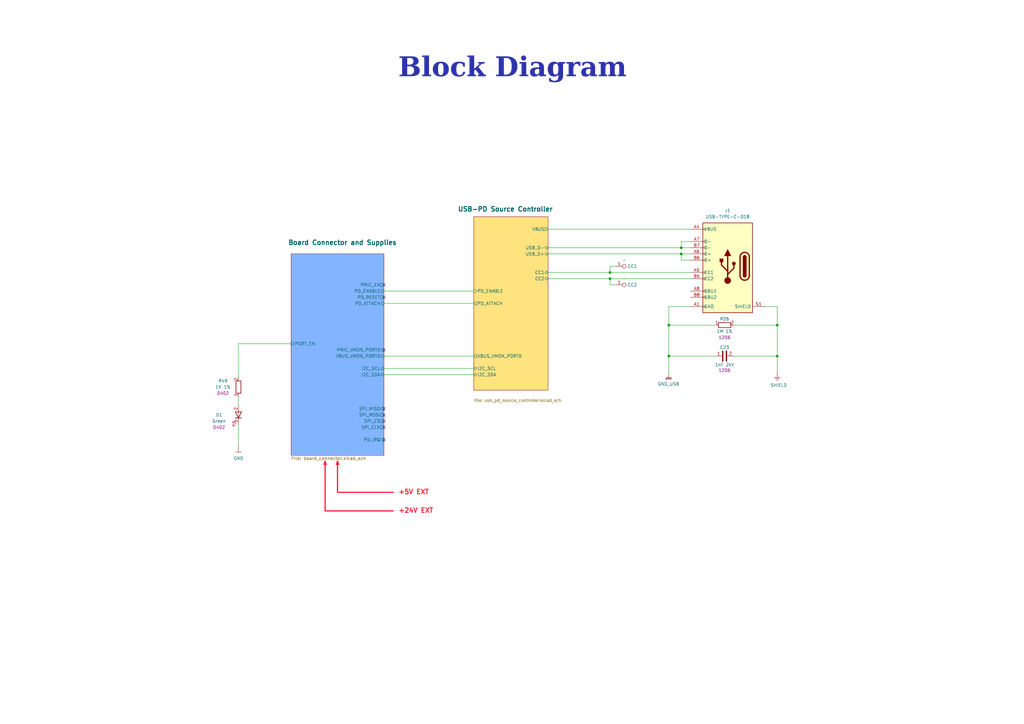
<source format=kicad_sch>
(kicad_sch (version 20250114) (generator "eeschema") (generator_version "9.0")
  (paper "A3")
  (title_block (title "Project Architecture") (date "2025-01-12") (rev "1.0.0") (company "DvidMakesThings"))
  (lib_symbols
    (symbol "DS_Capacitor_1206:1nF 2kV 1206"
      (property "Reference" "C" (at 3.81 2.032 0))
      (property "Value" "1nF 2kV" (at 3.81 0 0))
      (property "FOOTPRINT_SHORT" "1206" (at 3.81 -2.032 0))
      (symbol "1nF 2kV 1206_0_1"
        (polyline (pts (xy -2.032 0.762) (xy 2.032 0.762)) (stroke (width 0.508)))
        (polyline (pts (xy -2.032 -0.762) (xy 2.032 -0.762)) (stroke (width 0.508)))
      )
      (symbol "1nF 2kV 1206_1_1"
        (pin passive line (at 0 3.81 270) (length 2.794) (name "~") (number "1"))
        (pin passive line (at 0 -3.81 90) (length 2.794) (name "~") (number "2"))
      )
    )
    (symbol "DS_Connector:USB-C"
      (property "Reference" "J" (at -6.35 20.828 0))
      (property "Value" "USB-TYPE-C-018" (at -6.604 -19.558 0))
      (symbol "USB-C_0_0"
        (rectangle (start 10.16 16.764) (end 9.144 16.256))
        (rectangle (start 10.16 11.684) (end 9.144 11.176))
        (rectangle (start 10.16 9.144) (end 9.144 8.636))
        (rectangle (start 10.16 6.604) (end 9.144 6.096))
        (rectangle (start 10.16 4.064) (end 9.144 3.556))
        (rectangle (start 10.16 -1.016) (end 9.144 -1.524))
        (rectangle (start 10.16 -3.556) (end 9.144 -4.064))
        (rectangle (start 10.16 -8.636) (end 9.144 -9.144))
        (rectangle (start 10.16 -11.176) (end 9.144 -11.684))
        (rectangle (start 10.16 -15.494) (end 9.144 -14.986))
      )
      (symbol "USB-C_0_1"
        (rectangle (start -10.16 19.05) (end 10.16 -17.78) (stroke (width 0.254)) (fill (type background)))
        (polyline (pts (xy -8.89 -2.54) (xy -8.89 5.08)) (stroke (width 0.508)))
        (rectangle (start -7.62 -2.54) (end -6.35 5.08) (stroke (width 0.254)) (fill (type outline)))
        (arc (start -7.62 5.08) (mid -6.985 5.7123) (end -6.35 5.08) (stroke (width 0.254)))
        (arc (start -7.62 5.08) (mid -6.985 5.7123) (end -6.35 5.08) (stroke (width 0.254)) (fill (type outline)))
        (arc (start -8.89 5.08) (mid -6.985 6.9767) (end -5.08 5.08) (stroke (width 0.508)))
        (arc (start -5.08 -2.54) (mid -6.985 -4.4367) (end -8.89 -2.54) (stroke (width 0.508)))
        (arc (start -6.35 -2.54) (mid -6.985 -3.1723) (end -7.62 -2.54) (stroke (width 0.254)))
        (arc (start -6.35 -2.54) (mid -6.985 -3.1723) (end -7.62 -2.54) (stroke (width 0.254)) (fill (type outline)))
        (polyline (pts (xy -5.08 5.08) (xy -5.08 -2.54)) (stroke (width 0.508)))
        (circle (center -2.54 2.413) (radius 0.635) (stroke (width 0.254)) (fill (type outline)))
        (polyline (pts (xy -1.27 5.588) (xy 0 8.128) (xy 1.27 5.588) (xy -1.27 5.588)) (stroke (width 0.254)) (fill (type outline)))
        (polyline (pts (xy 0 -0.762) (xy 2.54 1.778) (xy 2.54 3.048)) (stroke (width 0.508)))
        (polyline (pts (xy 0 -2.032) (xy -2.54 0.508) (xy -2.54 1.778)) (stroke (width 0.508)))
        (polyline (pts (xy 0 -4.572) (xy 0 5.588)) (stroke (width 0.508)))
        (circle (center 0 -4.572) (radius 1.27) (fill (type outline)))
        (rectangle (start 1.905 3.048) (end 3.175 4.318) (stroke (width 0.254)) (fill (type outline)))
      )
      (symbol "USB-C_1_1"
        (pin passive line (at -15.24 -15.24 0) (length 5.08) (name "SHIELD") (number "S1"))
        (pin passive line (at 15.24 16.51 180) (length 5.08) (name "VBUS") (number "A4"))
        (pin passive line (at 15.24 16.51 180) (length 5.08) (hide yes) (name "VBUS") (number "A9"))
        (pin passive line (at 15.24 16.51 180) (length 5.08) (hide yes) (name "VBUS") (number "B4"))
        (pin passive line (at 15.24 16.51 180) (length 5.08) (hide yes) (name "VBUS") (number "B9"))
        (pin bidirectional line (at 15.24 11.43 180) (length 5.08) (name "D-") (number "A7"))
        (pin bidirectional line (at 15.24 8.89 180) (length 5.08) (name "D-") (number "B7"))
        (pin bidirectional line (at 15.24 6.35 180) (length 5.08) (name "D+") (number "A6"))
        (pin bidirectional line (at 15.24 3.81 180) (length 5.08) (name "D+") (number "B6"))
        (pin bidirectional line (at 15.24 -1.27 180) (length 5.08) (name "CC1") (number "A5"))
        (pin bidirectional line (at 15.24 -3.81 180) (length 5.08) (name "CC2") (number "B5"))
        (pin bidirectional line (at 15.24 -8.89 180) (length 5.08) (name "SBU1") (number "A8"))
        (pin bidirectional line (at 15.24 -11.43 180) (length 5.08) (name "SBU2") (number "B8"))
        (pin passive line (at 15.24 -15.24 180) (length 5.08) (name "GND") (number "A1"))
        (pin passive line (at 15.24 -15.24 180) (length 5.08) (hide yes) (name "GND") (number "A12"))
        (pin passive line (at 15.24 -15.24 180) (length 5.08) (hide yes) (name "GND") (number "B1"))
        (pin passive line (at 15.24 -15.24 180) (length 5.08) (hide yes) (name "GND") (number "B12"))
      )
    )
    (symbol "DS_Opto:Green_0402"
      (property "Reference" "D" (at -1.27 5.08 0))
      (property "Value" "Green" (at -1.27 2.794 0))
      (property "Size" "0402" (at -1.016 -3.302 0))
      (symbol "Green_0402_0_1"
        (polyline (pts (xy -3.048 -0.762) (xy -4.572 -2.286) (xy -3.81 -2.286) (xy -4.572 -2.286) (xy -4.572 -1.524)))
        (polyline (pts (xy -1.778 -0.762) (xy -3.302 -2.286) (xy -2.54 -2.286) (xy -3.302 -2.286) (xy -3.302 -1.524)))
        (polyline (pts (xy -1.27 0) (xy 1.27 0)))
        (polyline (pts (xy -1.27 -1.27) (xy -1.27 1.27)) (stroke (width 0.254)))
        (polyline (pts (xy 1.27 -1.27) (xy 1.27 1.27) (xy -1.27 0) (xy 1.27 -1.27)) (stroke (width 0.254)))
      )
      (symbol "Green_0402_1_1"
        (pin passive line (at -3.81 0 0) (length 2.54) (name "") (number "1"))
        (pin passive line (at 3.81 0 180) (length 2.54) (name "") (number "2"))
      )
    )
    (symbol "DS_Resistor_0402:1K 1% 0402"
      (property "Reference" "R" (at 2.032 2.032 0))
      (property "Value" "1K 1%" (at 2.032 0 0))
      (property "FOOTPRINT_SHORT" "0402" (at 2.032 -2.032 0))
      (symbol "1K 1% 0402_0_1"
        (rectangle (start -1.016 2.54) (end 1.016 -2.54) (stroke (width 0.254)))
      )
      (symbol "1K 1% 0402_1_1"
        (pin passive line (at 0 3.81 270) (length 1.27) (name "~") (number "1"))
        (pin passive line (at 0 -3.81 90) (length 1.27) (name "~") (number "2"))
      )
    )
    (symbol "DS_Resistor_1206:1M 1% 1206"
      (property "Reference" "R" (at 2.032 2.032 0))
      (property "Value" "1M 1%" (at 2.032 0 0))
      (property "FOOTPRINT_SHORT" "1206" (at 2.032 -2.032 0))
      (symbol "1M 1% 1206_0_1"
        (rectangle (start -1.016 2.54) (end 1.016 -2.54) (stroke (width 0.254)))
      )
      (symbol "1M 1% 1206_1_1"
        (pin passive line (at 0 3.81 270) (length 1.27) (name "~") (number "1"))
        (pin passive line (at 0 -3.81 90) (length 1.27) (name "~") (number "2"))
      )
    )
    (symbol "DS_Supply:GND" (power) (pin_numbers (hide yes)) (pin_names (offset 0) (hide yes))
      (property "Value" "GND" (at 0 -3.81 0))
      (symbol "GND_0_1"
        (polyline (pts (xy 0 0) (xy 0 -2.54) (xy 1.27 -2.54) (xy 0 -2.54) (xy -1.27 -2.54) (xy 0 -2.54)))
      )
      (symbol "GND_1_1"
        (pin power_in line (at 0 0 270) (length 0) (name "~") (number "1"))
      )
    )
    (symbol "DS_Supply:SHIELD" (power) (pin_numbers (hide yes)) (pin_names (offset 0) (hide yes)) (in_bom no) (on_board no)
      (property "Value" "SHIELD" (at 0 -4.064 0))
      (symbol "SHIELD_0_1"
        (polyline (pts (xy -0.762 -1.778) (xy 0.762 -1.778)))
        (polyline (pts (xy -0.254 -2.286) (xy 0.254 -2.286)))
        (polyline (pts (xy 0 1.27) (xy 0 -1.27)))
        (polyline (pts (xy 0 -1.27) (xy -1.27 -1.27)))
        (polyline (pts (xy 1.27 -1.27) (xy 0 -1.27)))
      )
      (symbol "SHIELD_1_1"
        (pin power_in line (at 0 1.27 270) (length 0) (name "~") (number "1"))
      )
    )
    (symbol "DS_Test:Test_Point"
      (property "Reference" "TP" (at 0 4.064 0))
      (symbol "Test_Point_0_1"
        (circle (center 0 2.032) (radius 0.762))
      )
      (symbol "Test_Point_1_1"
        (pin passive line (at 0 -1.27 90) (length 2.54) (name "") (number "1"))
      )
    )
    (symbol "power:GNDPWR" (power) (pin_numbers (hide yes)) (pin_names (offset 0) (hide yes))
      (property "Value" "GNDPWR" (at 0 -3.302 0))
      (symbol "GNDPWR_0_1"
        (polyline (pts (xy -1.016 -1.27) (xy -1.27 -2.032) (xy -1.27 -2.032)) (stroke (width 0.2032)))
        (polyline (pts (xy -0.508 -1.27) (xy -0.762 -2.032) (xy -0.762 -2.032)) (stroke (width 0.2032)))
        (polyline (pts (xy 0 -1.27) (xy 0 0)))
        (polyline (pts (xy 0 -1.27) (xy -0.254 -2.032) (xy -0.254 -2.032)) (stroke (width 0.2032)))
        (polyline (pts (xy 0.508 -1.27) (xy 0.254 -2.032) (xy 0.254 -2.032)) (stroke (width 0.2032)))
        (polyline (pts (xy 1.016 -1.27) (xy -1.016 -1.27) (xy -1.016 -1.27)) (stroke (width 0.2032)))
        (polyline (pts (xy 1.016 -1.27) (xy 0.762 -2.032) (xy 0.762 -2.032) (xy 0.762 -2.032)) (stroke (width 0.2032)))
      )
      (symbol "GNDPWR_1_1"
        (pin power_in line (at 0 0 270) (length 0) (name "~") (number "1"))
      )
    )
  )
  (bezier (pts (xy 133.35 189.23) (xy 133.35 189.23) (xy 132.842 190.5) (xy 132.842 190.5)) (stroke (width 0.5) (color 255 33 55 1)))
  (bezier (pts (xy 138.43 189.23) (xy 138.43 189.23) (xy 137.922 190.5) (xy 137.922 190.5)) (stroke (width 0.5) (color 255 33 55 1)))
  (bezier (pts (xy 133.35 189.23) (xy 133.35 189.23) (xy 133.858 190.5) (xy 133.858 190.5)) (stroke (width 0.5) (color 255 33 55 1)))
  (bezier (pts (xy 138.43 189.23) (xy 138.43 189.23) (xy 138.938 190.5) (xy 138.938 190.5)) (stroke (width 0.5) (color 255 33 55 1)))
  (text "+5V EXT" (at 163.322 201.93 0) (effects (font (size 1.905 1.905) (thickness 0.381) (bold yes)) (justify left)))
  (text "+24V EXT" (at 163.322 209.55 0) (effects (font (size 1.905 1.905) (thickness 0.381) (bold yes)) (justify left)))
  (text_box "Block Diagram" (at 144.78 21.59 0) (size 130.81 12.7) (margins 5.9999 5.9999 5.9999 5.9999) (stroke (width -0.0001)) (effects (font (size 8 8) (thickness 1.2) (bold yes))))
  (junction (at 274.32 133.35))
  (junction (at 279.4 104.14))
  (junction (at 250.19 111.76))
  (junction (at 318.77 146.05))
  (junction (at 279.4 101.6))
  (junction (at 250.19 114.3))
  (junction (at 274.32 146.05))
  (junction (at 318.77 133.35))
  (no_connect (at 157.48 167.64))
  (no_connect (at 157.48 143.51))
  (no_connect (at 157.48 170.18))
  (no_connect (at 157.48 175.26))
  (no_connect (at 157.48 121.92))
  (no_connect (at 157.48 116.84))
  (no_connect (at 157.48 180.34))
  (no_connect (at 157.48 172.72))
  (wire (pts (xy 250.19 109.22) (xy 252.73 109.22)))
  (wire (pts (xy 157.48 153.67) (xy 194.31 153.67)))
  (wire (pts (xy 250.19 116.84) (xy 252.73 116.84)))
  (wire (pts (xy 313.69 125.73) (xy 318.77 125.73)))
  (wire (pts (xy 274.32 125.73) (xy 283.21 125.73)))
  (wire (pts (xy 279.4 104.14) (xy 283.21 104.14)))
  (wire (pts (xy 224.79 93.98) (xy 283.21 93.98)))
  (wire (pts (xy 274.32 133.35) (xy 293.37 133.35)))
  (wire (pts (xy 279.4 99.06) (xy 279.4 101.6)))
  (wire (pts (xy 250.19 114.3) (xy 283.21 114.3)))
  (wire (pts (xy 157.48 124.46) (xy 194.31 124.46)))
  (wire (pts (xy 97.79 154.94) (xy 97.79 140.97)))
  (wire (pts (xy 97.79 162.56) (xy 97.79 166.37)))
  (polyline (pts (xy 161.29 201.93) (xy 138.43 201.93)) (stroke (width 0.5) (color 255 33 55 1)))
  (wire (pts (xy 157.48 151.13) (xy 194.31 151.13)))
  (wire (pts (xy 250.19 109.22) (xy 250.19 111.76)))
  (wire (pts (xy 274.32 146.05) (xy 274.32 153.67)))
  (wire (pts (xy 300.99 133.35) (xy 318.77 133.35)))
  (wire (pts (xy 224.79 104.14) (xy 279.4 104.14)))
  (wire (pts (xy 224.79 101.6) (xy 279.4 101.6)))
  (wire (pts (xy 274.32 133.35) (xy 274.32 146.05)))
  (wire (pts (xy 279.4 101.6) (xy 283.21 101.6)))
  (wire (pts (xy 157.48 119.38) (xy 194.31 119.38)))
  (wire (pts (xy 97.79 140.97) (xy 119.38 140.97)))
  (wire (pts (xy 250.19 116.84) (xy 250.19 114.3)))
  (wire (pts (xy 157.48 146.05) (xy 194.31 146.05)))
  (wire (pts (xy 250.19 111.76) (xy 283.21 111.76)))
  (wire (pts (xy 274.32 125.73) (xy 274.32 133.35)))
  (polyline (pts (xy 138.43 189.23) (xy 138.43 201.93)) (stroke (width 0.5) (color 255 33 55 1)))
  (wire (pts (xy 293.37 146.05) (xy 274.32 146.05)))
  (polyline (pts (xy 161.29 209.55) (xy 133.35 209.55)) (stroke (width 0.5) (color 255 33 55 1)))
  (wire (pts (xy 279.4 106.68) (xy 279.4 104.14)))
  (wire (pts (xy 318.77 146.05) (xy 318.77 152.4)))
  (wire (pts (xy 224.79 114.3) (xy 250.19 114.3)))
  (wire (pts (xy 97.79 173.99) (xy 97.79 182.88)))
  (wire (pts (xy 300.99 146.05) (xy 318.77 146.05)))
  (wire (pts (xy 283.21 106.68) (xy 279.4 106.68)))
  (wire (pts (xy 318.77 125.73) (xy 318.77 133.35)))
  (wire (pts (xy 318.77 133.35) (xy 318.77 146.05)))
  (wire (pts (xy 283.21 99.06) (xy 279.4 99.06)))
  (wire (pts (xy 224.79 111.76) (xy 250.19 111.76)))
  (polyline (pts (xy 133.35 189.23) (xy 133.35 209.55)) (stroke (width 0.5) (color 255 33 55 1)))
  (symbol (lib_id "DS_Supply:SHIELD") (at 318.77 153.67 0) (unit 1) (in_bom no) (on_board no)
    (property "Reference" "#SHIELD1" (effects (hide yes)))
    (property "Value" "SHIELD" (at 315.976 157.988 0) (effects (justify left)))
    (property "Description" "Power symbol creates a global label with name \"SHIELD\"" (effects (hide yes)))
  )
  (symbol (lib_id "DS_Resistor_0402:1K 1% 0402") (at 97.79 158.75 0) (mirror x) (unit 1)
    (property "Reference" "R49" (at 91.44 156.21 0))
    (property "Value" "1K 1%" (at 91.44 158.75 0))
    (property "Footprint" "DS_Resistor:R_0402_1005Metric" (effects (hide yes)))
    (property "Description" "62.5mW Thick Film Resistors 50V ±100ppm/℃ ±1% 1kΩ 0402 Chip Resistor - Surface Mount ROHS" (effects (hide yes)))
    (property "LCSC_PART" "C11702" (effects (hide yes)))
    (property "ROHS" "YES" (effects (hide yes)))
    (property "FOOTPRINT_SHORT" "0402" (at 91.44 161.29 0))
    (property "MFR" "FH" (effects (hide yes)))
  )
  (symbol (lib_id "DS_Connector:USB-C") (at 298.45 110.49 0) (mirror y) (unit 1)
    (property "Reference" "J1" (at 298.45 86.36 0))
    (property "Value" "USB-TYPE-C-018" (at 298.45 88.9 0))
    (property "Footprint" "DS_Connector:USB_C_Receptacle_HCTL_HC-TYPE-C-16P-01A" (effects (hide yes)))
    (property "Datasheet" "https://jlcpcb.com/api/file/downloadByFileSystemAccessId/8589041631273738240" (effects (hide yes)))
    (property "Description" "-25°C~+85°C 1 10,000 cycles 16P 3A 5V 7.35mm Female Surface Mount, Right Angle Type-C SMD USB Connectors ROHS" (effects (hide yes)))
    (property "LCSC_PART" "C2927038" (effects (hide yes)))
    (property "MPN" "USB-TYPE-C-018" (effects (hide yes)))
    (property "MFR" "DEALON" (effects (hide yes)))
    (property "ROHS" "YES" (effects (hide yes)))
  )
  (symbol (lib_id "DS_Capacitor_1206:1nF 2kV 1206") (at 297.18 146.05 90) (unit 1)
    (property "Reference" "C23" (at 297.18 142.494 90))
    (property "Value" "1nF 2kV" (at 297.18 149.606 90))
    (property "Footprint" "DS_Capacitor:C_1206_3216Metric" (effects (hide yes)))
    (property "Description" "Chip Capacitor (MLCC) 1206 1nF ±10% 2KV X7R" (effects (hide yes)))
    (property "FOOTPRINT_SHORT" "1206" (at 297.18 151.892 90))
    (property "ROHS" "YES" (effects (hide yes)))
    (property "LCSC_PART" "C173242" (effects (hide yes)))
    (property "MFR" "Johanson Dielectrics " (effects (hide yes)))
  )
  (symbol (lib_id "DS_Test:Test_Point") (at 254 116.84 270) (mirror x) (unit 1)
    (property "Reference" "CC2" (at 259.334 116.84 90))
    (property "Value" "~" (at 256.032 114.3 90))
    (property "Footprint" "DS_Test:TestPoint_0.6mm" (effects (hide yes)))
  )
  (symbol (lib_id "DS_Resistor_1206:1M 1% 1206") (at 297.18 133.35 90) (unit 1)
    (property "Reference" "R26" (at 297.18 130.81 90))
    (property "Value" "1M 1%" (at 297.18 135.89 90))
    (property "Footprint" "DS_Resistor:R_1206_3216Metric" (effects (hide yes)))
    (property "Description" "250mW Thick Film Resistors 200V ±100ppm/℃ ±1% 1MΩ 1206 Chip Resistor - Surface Mount ROHS" (effects (hide yes)))
    (property "LCSC_PART" "C17927" (effects (hide yes)))
    (property "ROHS" "YES" (effects (hide yes)))
    (property "FOOTPRINT_SHORT" "1206" (at 297.18 138.43 90))
    (property "MFR" "Uniohm" (effects (hide yes)))
  )
  (symbol (lib_id "power:GNDPWR") (at 274.32 153.67 0) (unit 1)
    (property "Reference" "#PWR14" (effects (hide yes)))
    (property "Value" "GND_USB" (at 274.193 157.48 0))
    (property "Description" "Power symbol creates a global label with name \"GNDPWR\" , global ground" (effects (hide yes)))
  )
  (symbol (lib_id "DS_Test:Test_Point") (at 254 109.22 270) (mirror x) (unit 1)
    (property "Reference" "CC1" (at 259.334 109.22 90))
    (property "Value" "~" (at 256.032 106.68 90))
    (property "Footprint" "DS_Test:TestPoint_0.6mm" (effects (hide yes)))
  )
  (symbol (lib_id "DS_Supply:GND") (at 97.79 182.88 0) (unit 1)
    (property "Reference" "#PWR48" (effects (hide yes)))
    (property "Value" "GND" (at 97.79 187.96 0))
    (property "Description" "Power symbol creates a global label with name \"GND\" , ground" (effects (hide yes)))
  )
  (symbol (lib_id "DS_Opto:Green_0402") (at 97.79 170.18 270) (mirror x) (unit 1)
    (property "Reference" "D1" (at 89.8525 170.18 90))
    (property "Value" "Green" (at 89.8525 172.72 90))
    (property "Footprint" "DS_Opto:LED_0402_1005Metric" (effects (hide yes)))
    (property "Datasheet" "https://jlcpcb.com/api/file/downloadByFileSystemAccessId/8588919245081731072" (effects (hide yes)))
    (property "Description" "-40℃~+85℃ 120° 249mcd 25mA 3V 516nm~531nm 531nm 80mW Emerald Green Top-mount Water Clear 0402 LED Indication - Discrete ROHS" (effects (hide yes)))
    (property "MPN" "XL-1005UGC" (effects (hide yes)))
    (property "MFR" "XINGLIGHT" (effects (hide yes)))
    (property "LCSC_PART" "C965793" (effects (hide yes)))
    (property "ROHS" "YES" (effects (hide yes)))
    (property "Size" "0402" (at 89.8525 175.26 90))
  )
  (sheet (at 119.38 104.14) (size 38.1 82.55) (stroke (width 0.1524)) (fill (color 131 180 255 1.0000))
    (property "Sheetname" "Board Connector and Supplies" (at 118.11 100.584 0) (effects (font (size 1.905 1.905) (thickness 0.381) (bold yes)) (justify left bottom)))
    (property "Sheetfile" "board_connector.kicad_sch" (at 119.38 187.2746 0) (effects (justify left top)))
    (pin "PD_RESET" output (at 157.48 121.92 0))
    (pin "SPI_CS" output (at 157.48 172.72 0))
    (pin "SPI_MISO" input (at 157.48 167.64 0))
    (pin "I2C_SDA" bidirectional (at 157.48 153.67 0))
    (pin "SPI_CLK" output (at 157.48 175.26 0))
    (pin "I2C_SCL" bidirectional (at 157.48 151.13 0))
    (pin "SPI_MOSI" output (at 157.48 170.18 0))
    (pin "PD_IRQ" input (at 157.48 180.34 0))
    (pin "PORT_EN" input (at 119.38 140.97 180))
    (pin "VBUS_VMON_PORT0" input (at 157.48 146.05 0))
    (pin "PMIC_VMON_PORT0" input (at 157.48 143.51 0))
    (pin "PD_ATTACH" input (at 157.48 124.46 0))
    (pin "PMIC_EN" output (at 157.48 116.84 0))
    (pin "PD_ENABLE" output (at 157.48 119.38 0))
  )
  (sheet (at 194.31 88.9) (size 30.48 71.12) (stroke (width 0.1524)) (fill (color 255 200 0 0.5020))
    (property "Sheetname" "USB-PD Source Controller" (at 187.706 86.868 0) (effects (font (size 1.905 1.905) (bold yes)) (justify left bottom)))
    (property "Sheetfile" "usb_pd_source_controller.kicad_sch" (at 194.564 163.576 0) (effects (justify left top)))
    (pin "VBUS" output (at 224.79 93.98 0))
    (pin "CC2" bidirectional (at 224.79 114.3 0))
    (pin "CC1" bidirectional (at 224.79 111.76 0))
    (pin "PD_ENABLE" input (at 194.31 119.38 180))
    (pin "I2C_SCL" bidirectional (at 194.31 151.13 180))
    (pin "I2C_SDA" bidirectional (at 194.31 153.67 180))
    (pin "USB_D-" bidirectional (at 224.79 101.6 0))
    (pin "USB_D+" bidirectional (at 224.79 104.14 0))
    (pin "PD_ATTACH" output (at 194.31 124.46 180))
    (pin "VBUS_VMON_PORT0" output (at 194.31 146.05 180))
  )
)
</source>
